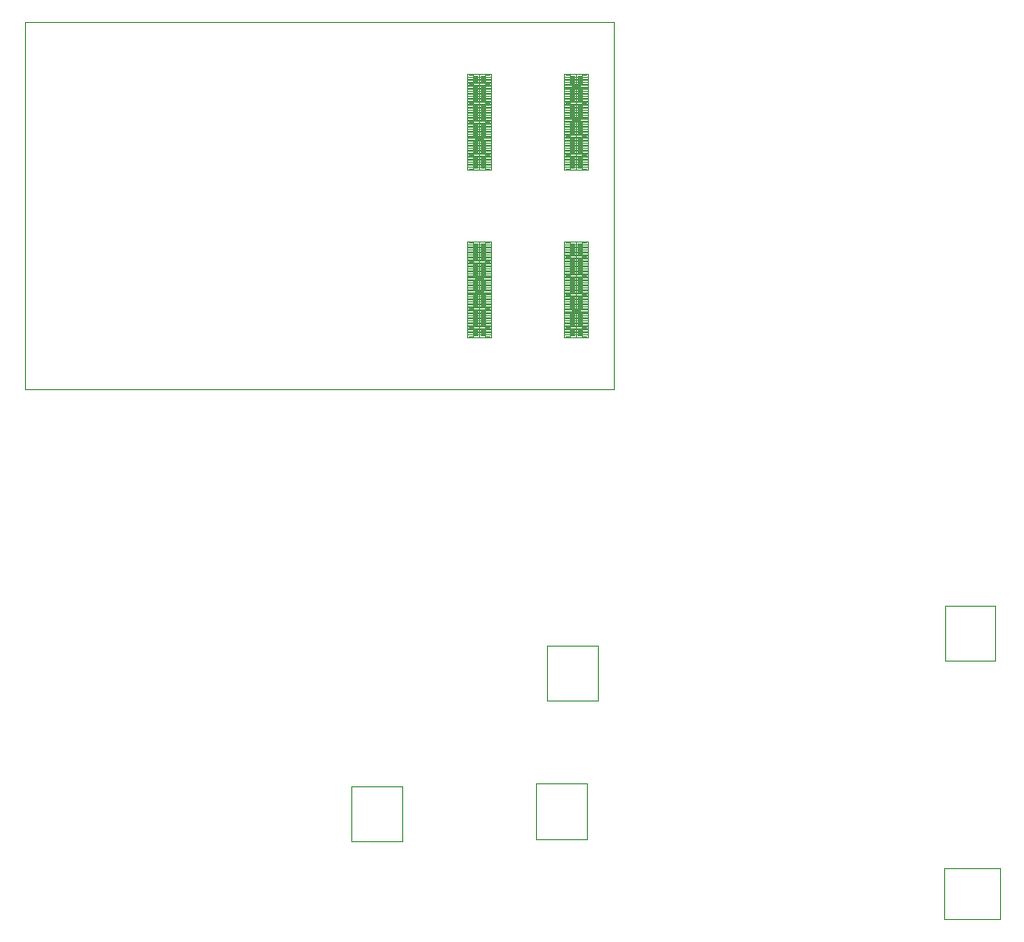
<source format=gbr>
%TF.GenerationSoftware,KiCad,Pcbnew,9.0.1*%
%TF.CreationDate,2025-05-15T18:24:47+02:00*%
%TF.ProjectId,Marble_Tiny,4d617262-6c65-45f5-9469-6e792e6b6963,rev?*%
%TF.SameCoordinates,Original*%
%TF.FileFunction,Other,ECO1*%
%FSLAX46Y46*%
G04 Gerber Fmt 4.6, Leading zero omitted, Abs format (unit mm)*
G04 Created by KiCad (PCBNEW 9.0.1) date 2025-05-15 18:24:47*
%MOMM*%
%LPD*%
G01*
G04 APERTURE LIST*
%ADD10C,0.050000*%
%ADD11C,0.010000*%
G04 APERTURE END LIST*
D10*
%TO.C,U11*%
X180750000Y-132450000D02*
X180750000Y-136750000D01*
X180750000Y-132450000D02*
X185450000Y-132450000D01*
X180750000Y-136750000D02*
X185450000Y-136750000D01*
X185450000Y-132450000D02*
X185450000Y-136750000D01*
%TO.C,U4*%
X180800000Y-110115000D02*
X185100000Y-110115000D01*
X180800000Y-114815000D02*
X180800000Y-110115000D01*
X180800000Y-114815000D02*
X185100000Y-114815000D01*
X185100000Y-114815000D02*
X185100000Y-110115000D01*
%TO.C,J8*%
X102750000Y-60650000D02*
X152750000Y-60650000D01*
X102750000Y-91750000D02*
X102750000Y-60650000D01*
D11*
X140300000Y-65430000D02*
X142300000Y-65430000D01*
X140300000Y-65680000D02*
X141300000Y-65680000D01*
X140300000Y-65930000D02*
X140300000Y-65430000D01*
X140300000Y-65930000D02*
X142300000Y-65430000D01*
X140300000Y-65930000D02*
X142300000Y-65930000D01*
X140300000Y-65930000D02*
X142300000Y-65930000D01*
X140300000Y-66230000D02*
X142300000Y-66230000D01*
X140300000Y-66480000D02*
X141300000Y-66480000D01*
X140300000Y-66730000D02*
X140300000Y-66230000D01*
X140300000Y-66730000D02*
X142300000Y-66230000D01*
X140300000Y-66730000D02*
X142300000Y-66730000D01*
X140300000Y-66730000D02*
X142300000Y-66730000D01*
X140300000Y-67030000D02*
X142300000Y-67030000D01*
X140300000Y-67530000D02*
X140300000Y-67030000D01*
X140300000Y-67530000D02*
X142300000Y-67030000D01*
X140300000Y-67530000D02*
X142300000Y-67530000D01*
X140300000Y-67530000D02*
X142300000Y-67530000D01*
X140300000Y-68080000D02*
X141300000Y-68080000D01*
X140300000Y-68330000D02*
X140300000Y-67830000D01*
X140300000Y-68330000D02*
X142300000Y-67830000D01*
X140300000Y-68330000D02*
X142300000Y-68330000D01*
X140300000Y-68330000D02*
X142300000Y-68330000D01*
X140300000Y-68630000D02*
X142300000Y-68630000D01*
X140300000Y-68880000D02*
X141300000Y-68880000D01*
X140300000Y-69130000D02*
X140300000Y-68630000D01*
X140300000Y-69130000D02*
X142300000Y-68630000D01*
X140300000Y-69130000D02*
X142300000Y-69130000D01*
X140300000Y-69130000D02*
X142300000Y-69130000D01*
X140300000Y-69430000D02*
X142300000Y-69430000D01*
X140300000Y-69680000D02*
X141300000Y-69680000D01*
X140300000Y-69930000D02*
X140300000Y-69430000D01*
X140300000Y-69930000D02*
X142300000Y-69430000D01*
X140300000Y-69930000D02*
X142300000Y-69930000D01*
X140300000Y-69930000D02*
X142300000Y-69930000D01*
X140300000Y-70480000D02*
X141300000Y-70480000D01*
X140300000Y-70730000D02*
X140300000Y-70230000D01*
X140300000Y-70730000D02*
X142300000Y-70230000D01*
X140300000Y-71030000D02*
X142300000Y-71030000D01*
X140300000Y-71280000D02*
X141300000Y-71280000D01*
X140300000Y-71530000D02*
X140300000Y-71030000D01*
X140300000Y-71530000D02*
X142300000Y-71030000D01*
X140300000Y-71530000D02*
X142300000Y-71530000D01*
X140300000Y-71530000D02*
X142300000Y-71530000D01*
X140300000Y-71830000D02*
X142300000Y-71830000D01*
X140300000Y-72080000D02*
X141300000Y-72080000D01*
X140300000Y-72330000D02*
X140300000Y-71830000D01*
X140300000Y-72330000D02*
X142300000Y-71830000D01*
X140300000Y-72330000D02*
X142300000Y-72330000D01*
X140300000Y-72330000D02*
X142300000Y-72330000D01*
X140300000Y-72630000D02*
X142300000Y-72630000D01*
X140300000Y-72880000D02*
X141300000Y-72880000D01*
X140300000Y-73130000D02*
X140300000Y-72630000D01*
X140300000Y-73130000D02*
X142300000Y-72630000D01*
X140300000Y-73130000D02*
X142300000Y-73130000D01*
X140300000Y-73130000D02*
X142300000Y-73130000D01*
X140300000Y-79680000D02*
X142300000Y-79680000D01*
X140300000Y-79930000D02*
X141300000Y-79930000D01*
X140300000Y-80180000D02*
X140300000Y-79680000D01*
X140300000Y-80180000D02*
X142300000Y-79680000D01*
X140300000Y-80180000D02*
X142300000Y-80180000D01*
X140300000Y-80180000D02*
X142300000Y-80180000D01*
X140300000Y-80480000D02*
X142300000Y-80480000D01*
X140300000Y-80730000D02*
X141300000Y-80730000D01*
X140300000Y-80980000D02*
X140300000Y-80480000D01*
X140300000Y-80980000D02*
X142300000Y-80480000D01*
X140300000Y-80980000D02*
X142300000Y-80980000D01*
X140300000Y-80980000D02*
X142300000Y-80980000D01*
X140300000Y-81280000D02*
X142300000Y-81280000D01*
X140300000Y-81530000D02*
X141300000Y-81530000D01*
X140300000Y-81780000D02*
X140300000Y-81280000D01*
X140300000Y-81780000D02*
X142300000Y-81280000D01*
X140300000Y-81780000D02*
X142300000Y-81780000D01*
X140300000Y-81780000D02*
X142300000Y-81780000D01*
X140300000Y-82080000D02*
X142300000Y-82080000D01*
X140300000Y-82580000D02*
X140300000Y-82080000D01*
X140300000Y-82580000D02*
X142300000Y-82080000D01*
X140300000Y-82580000D02*
X142300000Y-82580000D01*
X140300000Y-82580000D02*
X142300000Y-82580000D01*
X140300000Y-82880000D02*
X142300000Y-82880000D01*
X140300000Y-83130000D02*
X141300000Y-83130000D01*
X140300000Y-83380000D02*
X140300000Y-82880000D01*
X140300000Y-83380000D02*
X142300000Y-82880000D01*
X140300000Y-83380000D02*
X142300000Y-83380000D01*
X140300000Y-83380000D02*
X142300000Y-83380000D01*
X140300000Y-83680000D02*
X142300000Y-83680000D01*
X140300000Y-83930000D02*
X141300000Y-83930000D01*
X140300000Y-84180000D02*
X140300000Y-83680000D01*
X140300000Y-84180000D02*
X142300000Y-83680000D01*
X140300000Y-84180000D02*
X142300000Y-84180000D01*
X140300000Y-84180000D02*
X142300000Y-84180000D01*
X140300000Y-84480000D02*
X142300000Y-84480000D01*
X140300000Y-84730000D02*
X141300000Y-84730000D01*
X140300000Y-84980000D02*
X140300000Y-84480000D01*
X140300000Y-84980000D02*
X142300000Y-84480000D01*
X140300000Y-84980000D02*
X142300000Y-84980000D01*
X140300000Y-84980000D02*
X142300000Y-84980000D01*
X140300000Y-85530000D02*
X141300000Y-85530000D01*
X140300000Y-85780000D02*
X140300000Y-85280000D01*
X140300000Y-85780000D02*
X142300000Y-85280000D01*
X140300000Y-85780000D02*
X142300000Y-85780000D01*
X140300000Y-85780000D02*
X142300000Y-85780000D01*
X140300000Y-86080000D02*
X142300000Y-86080000D01*
X140300000Y-86330000D02*
X141300000Y-86330000D01*
X140300000Y-86580000D02*
X140300000Y-86080000D01*
X140300000Y-86580000D02*
X142300000Y-86080000D01*
X140300000Y-86880000D02*
X142300000Y-86880000D01*
X140300000Y-87130000D02*
X141300000Y-87130000D01*
X140300000Y-87380000D02*
X140300000Y-86880000D01*
X140300000Y-87380000D02*
X142300000Y-86880000D01*
X140300000Y-87380000D02*
X142300000Y-87380000D01*
X140300000Y-87380000D02*
X142300000Y-87380000D01*
X141300000Y-65680000D02*
X142300000Y-65680000D01*
X141300000Y-65930000D02*
X141300000Y-65430000D01*
X141300000Y-66480000D02*
X142300000Y-66480000D01*
X141300000Y-66730000D02*
X141300000Y-66230000D01*
X141300000Y-67280000D02*
X140300000Y-67280000D01*
X141300000Y-67280000D02*
X142300000Y-67280000D01*
X141300000Y-67530000D02*
X141300000Y-67030000D01*
X141300000Y-68330000D02*
X141300000Y-67830000D01*
X141300000Y-68880000D02*
X142300000Y-68880000D01*
X141300000Y-69130000D02*
X141300000Y-68630000D01*
X141300000Y-69680000D02*
X142300000Y-69680000D01*
X141300000Y-69930000D02*
X141300000Y-69430000D01*
X141300000Y-70730000D02*
X141300000Y-70230000D01*
X141300000Y-71280000D02*
X142300000Y-71280000D01*
X141300000Y-71530000D02*
X141300000Y-71030000D01*
X141300000Y-72080000D02*
X142300000Y-72080000D01*
X141300000Y-72330000D02*
X141300000Y-71830000D01*
X141300000Y-72880000D02*
X142300000Y-72880000D01*
X141300000Y-73130000D02*
X141300000Y-72630000D01*
X141300000Y-79930000D02*
X142300000Y-79930000D01*
X141300000Y-80180000D02*
X141300000Y-79680000D01*
X141300000Y-80730000D02*
X142300000Y-80730000D01*
X141300000Y-80980000D02*
X141300000Y-80480000D01*
X141300000Y-81530000D02*
X142300000Y-81530000D01*
X141300000Y-81780000D02*
X141300000Y-81280000D01*
X141300000Y-82330000D02*
X140300000Y-82330000D01*
X141300000Y-82330000D02*
X142300000Y-82330000D01*
X141300000Y-82580000D02*
X141300000Y-82080000D01*
X141300000Y-83130000D02*
X142300000Y-83130000D01*
X141300000Y-83380000D02*
X141300000Y-82880000D01*
X141300000Y-83930000D02*
X142300000Y-83930000D01*
X141300000Y-84180000D02*
X141300000Y-83680000D01*
X141300000Y-84730000D02*
X142300000Y-84730000D01*
X141300000Y-84980000D02*
X141300000Y-84480000D01*
X141300000Y-85780000D02*
X141300000Y-85280000D01*
X141300000Y-86330000D02*
X142300000Y-86330000D01*
X141300000Y-86580000D02*
X141300000Y-86080000D01*
X141300000Y-87130000D02*
X142300000Y-87130000D01*
X141300000Y-87380000D02*
X141300000Y-86880000D01*
X142300000Y-65930000D02*
X140300000Y-65430000D01*
X142300000Y-65930000D02*
X142300000Y-65430000D01*
X142300000Y-65930000D02*
X142300000Y-65430000D01*
X142300000Y-66730000D02*
X140300000Y-66230000D01*
X142300000Y-66730000D02*
X142300000Y-66230000D01*
X142300000Y-66730000D02*
X142300000Y-66230000D01*
X142300000Y-67530000D02*
X140300000Y-67030000D01*
X142300000Y-67530000D02*
X142300000Y-67030000D01*
X142300000Y-67530000D02*
X142300000Y-67030000D01*
X142300000Y-67830000D02*
X140300000Y-67830000D01*
X142300000Y-68080000D02*
X141300000Y-68080000D01*
X142300000Y-68330000D02*
X140300000Y-67830000D01*
X142300000Y-68330000D02*
X142300000Y-67830000D01*
X142300000Y-68330000D02*
X142300000Y-67830000D01*
X142300000Y-69130000D02*
X140300000Y-68630000D01*
X142300000Y-69130000D02*
X142300000Y-68630000D01*
X142300000Y-69130000D02*
X142300000Y-68630000D01*
X142300000Y-69930000D02*
X140300000Y-69430000D01*
X142300000Y-69930000D02*
X142300000Y-69430000D01*
X142300000Y-69930000D02*
X142300000Y-69430000D01*
X142300000Y-70230000D02*
X140300000Y-70230000D01*
X142300000Y-70480000D02*
X141300000Y-70480000D01*
X142300000Y-70730000D02*
X140300000Y-70230000D01*
X142300000Y-70730000D02*
X140300000Y-70730000D01*
X142300000Y-70730000D02*
X140300000Y-70730000D01*
X142300000Y-70730000D02*
X142300000Y-70230000D01*
X142300000Y-70730000D02*
X142300000Y-70230000D01*
X142300000Y-71530000D02*
X140300000Y-71030000D01*
X142300000Y-71530000D02*
X142300000Y-71030000D01*
X142300000Y-71530000D02*
X142300000Y-71030000D01*
X142300000Y-72330000D02*
X140300000Y-71830000D01*
X142300000Y-72330000D02*
X142300000Y-71830000D01*
X142300000Y-72330000D02*
X142300000Y-71830000D01*
X142300000Y-73130000D02*
X140300000Y-72630000D01*
X142300000Y-73130000D02*
X142300000Y-72630000D01*
X142300000Y-73130000D02*
X142300000Y-72630000D01*
X142300000Y-80180000D02*
X140300000Y-79680000D01*
X142300000Y-80180000D02*
X142300000Y-79680000D01*
X142300000Y-80180000D02*
X142300000Y-79680000D01*
X142300000Y-80980000D02*
X140300000Y-80480000D01*
X142300000Y-80980000D02*
X142300000Y-80480000D01*
X142300000Y-80980000D02*
X142300000Y-80480000D01*
X142300000Y-81780000D02*
X140300000Y-81280000D01*
X142300000Y-81780000D02*
X142300000Y-81280000D01*
X142300000Y-81780000D02*
X142300000Y-81280000D01*
X142300000Y-82580000D02*
X140300000Y-82080000D01*
X142300000Y-82580000D02*
X142300000Y-82080000D01*
X142300000Y-82580000D02*
X142300000Y-82080000D01*
X142300000Y-83380000D02*
X140300000Y-82880000D01*
X142300000Y-83380000D02*
X142300000Y-82880000D01*
X142300000Y-83380000D02*
X142300000Y-82880000D01*
X142300000Y-84180000D02*
X140300000Y-83680000D01*
X142300000Y-84180000D02*
X142300000Y-83680000D01*
X142300000Y-84180000D02*
X142300000Y-83680000D01*
X142300000Y-84980000D02*
X140300000Y-84480000D01*
X142300000Y-84980000D02*
X142300000Y-84480000D01*
X142300000Y-84980000D02*
X142300000Y-84480000D01*
X142300000Y-85280000D02*
X140300000Y-85280000D01*
X142300000Y-85530000D02*
X141300000Y-85530000D01*
X142300000Y-85780000D02*
X140300000Y-85280000D01*
X142300000Y-85780000D02*
X142300000Y-85280000D01*
X142300000Y-85780000D02*
X142300000Y-85280000D01*
X142300000Y-86580000D02*
X140300000Y-86080000D01*
X142300000Y-86580000D02*
X140300000Y-86580000D01*
X142300000Y-86580000D02*
X140300000Y-86580000D01*
X142300000Y-86580000D02*
X142300000Y-86080000D01*
X142300000Y-86580000D02*
X142300000Y-86080000D01*
X142300000Y-87380000D02*
X140300000Y-86880000D01*
X142300000Y-87380000D02*
X142300000Y-86880000D01*
X142300000Y-87380000D02*
X142300000Y-86880000D01*
X148500000Y-65030000D02*
X150500000Y-65030000D01*
X148500000Y-65280000D02*
X149500000Y-65280000D01*
X148500000Y-65530000D02*
X148500000Y-65030000D01*
X148500000Y-65530000D02*
X150500000Y-65030000D01*
X148500000Y-65530000D02*
X150500000Y-65530000D01*
X148500000Y-65530000D02*
X150500000Y-65530000D01*
X148500000Y-65830000D02*
X150500000Y-65830000D01*
X148500000Y-66080000D02*
X149500000Y-66080000D01*
X148500000Y-66330000D02*
X148500000Y-65830000D01*
X148500000Y-66330000D02*
X150500000Y-65830000D01*
X148500000Y-66330000D02*
X150500000Y-66330000D01*
X148500000Y-66330000D02*
X150500000Y-66330000D01*
X148500000Y-66630000D02*
X150500000Y-66630000D01*
X148500000Y-66880000D02*
X149500000Y-66880000D01*
X148500000Y-67130000D02*
X148500000Y-66630000D01*
X148500000Y-67130000D02*
X150500000Y-66630000D01*
X148500000Y-67130000D02*
X150500000Y-67130000D01*
X148500000Y-67130000D02*
X150500000Y-67130000D01*
X148500000Y-67430000D02*
X150500000Y-67430000D01*
X148500000Y-67680000D02*
X149500000Y-67680000D01*
X148500000Y-67930000D02*
X148500000Y-67430000D01*
X148500000Y-67930000D02*
X150500000Y-67430000D01*
X148500000Y-67930000D02*
X150500000Y-67930000D01*
X148500000Y-67930000D02*
X150500000Y-67930000D01*
X148500000Y-68230000D02*
X150500000Y-68230000D01*
X148500000Y-68480000D02*
X149500000Y-68480000D01*
X148500000Y-68730000D02*
X148500000Y-68230000D01*
X148500000Y-68730000D02*
X150500000Y-68230000D01*
X148500000Y-68730000D02*
X150500000Y-68730000D01*
X148500000Y-68730000D02*
X150500000Y-68730000D01*
X148500000Y-69030000D02*
X150500000Y-69030000D01*
X148500000Y-69280000D02*
X149500000Y-69280000D01*
X148500000Y-69530000D02*
X148500000Y-69030000D01*
X148500000Y-69530000D02*
X150500000Y-69030000D01*
X148500000Y-69530000D02*
X150500000Y-69530000D01*
X148500000Y-69530000D02*
X150500000Y-69530000D01*
X148500000Y-69830000D02*
X150500000Y-69830000D01*
X148500000Y-70330000D02*
X148500000Y-69830000D01*
X148500000Y-70330000D02*
X150500000Y-69830000D01*
X148500000Y-70630000D02*
X150500000Y-70630000D01*
X148500000Y-70880000D02*
X149500000Y-70880000D01*
X148500000Y-71130000D02*
X148500000Y-70630000D01*
X148500000Y-71130000D02*
X150500000Y-70630000D01*
X148500000Y-71130000D02*
X150500000Y-71130000D01*
X148500000Y-71130000D02*
X150500000Y-71130000D01*
X148500000Y-71430000D02*
X150500000Y-71430000D01*
X148500000Y-71680000D02*
X149500000Y-71680000D01*
X148500000Y-71930000D02*
X148500000Y-71430000D01*
X148500000Y-71930000D02*
X150500000Y-71430000D01*
X148500000Y-71930000D02*
X150500000Y-71930000D01*
X148500000Y-71930000D02*
X150500000Y-71930000D01*
X148500000Y-72230000D02*
X150500000Y-72230000D01*
X148500000Y-72480000D02*
X149500000Y-72480000D01*
X148500000Y-72730000D02*
X148500000Y-72230000D01*
X148500000Y-72730000D02*
X150500000Y-72230000D01*
X148500000Y-72730000D02*
X150500000Y-72730000D01*
X148500000Y-72730000D02*
X150500000Y-72730000D01*
X148500000Y-79280000D02*
X150500000Y-79280000D01*
X148500000Y-79780000D02*
X148500000Y-79280000D01*
X148500000Y-79780000D02*
X150500000Y-79280000D01*
X148500000Y-79780000D02*
X150500000Y-79780000D01*
X148500000Y-79780000D02*
X150500000Y-79780000D01*
X148500000Y-80080000D02*
X150500000Y-80080000D01*
X148500000Y-80330000D02*
X149500000Y-80330000D01*
X148500000Y-80580000D02*
X148500000Y-80080000D01*
X148500000Y-80580000D02*
X150500000Y-80080000D01*
X148500000Y-80580000D02*
X150500000Y-80580000D01*
X148500000Y-80580000D02*
X150500000Y-80580000D01*
X148500000Y-80880000D02*
X150500000Y-80880000D01*
X148500000Y-81130000D02*
X149500000Y-81130000D01*
X148500000Y-81380000D02*
X148500000Y-80880000D01*
X148500000Y-81380000D02*
X150500000Y-80880000D01*
X148500000Y-81380000D02*
X150500000Y-81380000D01*
X148500000Y-81380000D02*
X150500000Y-81380000D01*
X148500000Y-81680000D02*
X150500000Y-81680000D01*
X148500000Y-81930000D02*
X149500000Y-81930000D01*
X148500000Y-82180000D02*
X148500000Y-81680000D01*
X148500000Y-82180000D02*
X150500000Y-81680000D01*
X148500000Y-82180000D02*
X150500000Y-82180000D01*
X148500000Y-82180000D02*
X150500000Y-82180000D01*
X148500000Y-82480000D02*
X150500000Y-82480000D01*
X148500000Y-82730000D02*
X149500000Y-82730000D01*
X148500000Y-82980000D02*
X148500000Y-82480000D01*
X148500000Y-82980000D02*
X150500000Y-82480000D01*
X148500000Y-82980000D02*
X150500000Y-82980000D01*
X148500000Y-82980000D02*
X150500000Y-82980000D01*
X148500000Y-83280000D02*
X150500000Y-83280000D01*
X148500000Y-83530000D02*
X149500000Y-83530000D01*
X148500000Y-83780000D02*
X148500000Y-83280000D01*
X148500000Y-83780000D02*
X150500000Y-83280000D01*
X148500000Y-83780000D02*
X150500000Y-83780000D01*
X148500000Y-83780000D02*
X150500000Y-83780000D01*
X148500000Y-84580000D02*
X148500000Y-84080000D01*
X148500000Y-84580000D02*
X150500000Y-84080000D01*
X148500000Y-84580000D02*
X150500000Y-84580000D01*
X148500000Y-84580000D02*
X150500000Y-84580000D01*
X148500000Y-85380000D02*
X148500000Y-84880000D01*
X148500000Y-85380000D02*
X150500000Y-84880000D01*
X148500000Y-85680000D02*
X150500000Y-85680000D01*
X148500000Y-85930000D02*
X149500000Y-85930000D01*
X148500000Y-86180000D02*
X148500000Y-85680000D01*
X148500000Y-86180000D02*
X150500000Y-85680000D01*
X148500000Y-86180000D02*
X150500000Y-86180000D01*
X148500000Y-86180000D02*
X150500000Y-86180000D01*
X148500000Y-86480000D02*
X150500000Y-86480000D01*
X148500000Y-86730000D02*
X149500000Y-86730000D01*
X148500000Y-86980000D02*
X148500000Y-86480000D01*
X148500000Y-86980000D02*
X150500000Y-86480000D01*
X148500000Y-86980000D02*
X150500000Y-86980000D01*
X148500000Y-86980000D02*
X150500000Y-86980000D01*
X149500000Y-65280000D02*
X150500000Y-65280000D01*
X149500000Y-65530000D02*
X149500000Y-65030000D01*
X149500000Y-66080000D02*
X150500000Y-66080000D01*
X149500000Y-66330000D02*
X149500000Y-65830000D01*
X149500000Y-66880000D02*
X150500000Y-66880000D01*
X149500000Y-67130000D02*
X149500000Y-66630000D01*
X149500000Y-67680000D02*
X150500000Y-67680000D01*
X149500000Y-67930000D02*
X149500000Y-67430000D01*
X149500000Y-68480000D02*
X150500000Y-68480000D01*
X149500000Y-68730000D02*
X149500000Y-68230000D01*
X149500000Y-69280000D02*
X150500000Y-69280000D01*
X149500000Y-69530000D02*
X149500000Y-69030000D01*
X149500000Y-70080000D02*
X148500000Y-70080000D01*
X149500000Y-70080000D02*
X150500000Y-70080000D01*
X149500000Y-70330000D02*
X149500000Y-69830000D01*
X149500000Y-70880000D02*
X150500000Y-70880000D01*
X149500000Y-71130000D02*
X149500000Y-70630000D01*
X149500000Y-71680000D02*
X150500000Y-71680000D01*
X149500000Y-71930000D02*
X149500000Y-71430000D01*
X149500000Y-72480000D02*
X150500000Y-72480000D01*
X149500000Y-72730000D02*
X149500000Y-72230000D01*
X149500000Y-79530000D02*
X148500000Y-79530000D01*
X149500000Y-79530000D02*
X150500000Y-79530000D01*
X149500000Y-79780000D02*
X149500000Y-79280000D01*
X149500000Y-80330000D02*
X150500000Y-80330000D01*
X149500000Y-80580000D02*
X149500000Y-80080000D01*
X149500000Y-81130000D02*
X150500000Y-81130000D01*
X149500000Y-81380000D02*
X149500000Y-80880000D01*
X149500000Y-81930000D02*
X150500000Y-81930000D01*
X149500000Y-82180000D02*
X149500000Y-81680000D01*
X149500000Y-82730000D02*
X150500000Y-82730000D01*
X149500000Y-82980000D02*
X149500000Y-82480000D01*
X149500000Y-83530000D02*
X150500000Y-83530000D01*
X149500000Y-83780000D02*
X149500000Y-83280000D01*
X149500000Y-84330000D02*
X148500000Y-84330000D01*
X149500000Y-84330000D02*
X150500000Y-84330000D01*
X149500000Y-84580000D02*
X149500000Y-84080000D01*
X149500000Y-85130000D02*
X148500000Y-85130000D01*
X149500000Y-85130000D02*
X150500000Y-85130000D01*
X149500000Y-85380000D02*
X149500000Y-84880000D01*
X149500000Y-85930000D02*
X150500000Y-85930000D01*
X149500000Y-86180000D02*
X149500000Y-85680000D01*
X149500000Y-86730000D02*
X150500000Y-86730000D01*
X149500000Y-86980000D02*
X149500000Y-86480000D01*
X150500000Y-65530000D02*
X148500000Y-65030000D01*
X150500000Y-65530000D02*
X150500000Y-65030000D01*
X150500000Y-65530000D02*
X150500000Y-65030000D01*
X150500000Y-66330000D02*
X148500000Y-65830000D01*
X150500000Y-66330000D02*
X150500000Y-65830000D01*
X150500000Y-66330000D02*
X150500000Y-65830000D01*
X150500000Y-67130000D02*
X148500000Y-66630000D01*
X150500000Y-67130000D02*
X150500000Y-66630000D01*
X150500000Y-67130000D02*
X150500000Y-66630000D01*
X150500000Y-67930000D02*
X148500000Y-67430000D01*
X150500000Y-67930000D02*
X150500000Y-67430000D01*
X150500000Y-67930000D02*
X150500000Y-67430000D01*
X150500000Y-68730000D02*
X148500000Y-68230000D01*
X150500000Y-68730000D02*
X150500000Y-68230000D01*
X150500000Y-68730000D02*
X150500000Y-68230000D01*
X150500000Y-69530000D02*
X148500000Y-69030000D01*
X150500000Y-69530000D02*
X150500000Y-69030000D01*
X150500000Y-69530000D02*
X150500000Y-69030000D01*
X150500000Y-70330000D02*
X148500000Y-69830000D01*
X150500000Y-70330000D02*
X148500000Y-70330000D01*
X150500000Y-70330000D02*
X148500000Y-70330000D01*
X150500000Y-70330000D02*
X150500000Y-69830000D01*
X150500000Y-70330000D02*
X150500000Y-69830000D01*
X150500000Y-71130000D02*
X148500000Y-70630000D01*
X150500000Y-71130000D02*
X150500000Y-70630000D01*
X150500000Y-71130000D02*
X150500000Y-70630000D01*
X150500000Y-71930000D02*
X148500000Y-71430000D01*
X150500000Y-71930000D02*
X150500000Y-71430000D01*
X150500000Y-71930000D02*
X150500000Y-71430000D01*
X150500000Y-72730000D02*
X148500000Y-72230000D01*
X150500000Y-72730000D02*
X150500000Y-72230000D01*
X150500000Y-72730000D02*
X150500000Y-72230000D01*
X150500000Y-79780000D02*
X148500000Y-79280000D01*
X150500000Y-79780000D02*
X150500000Y-79280000D01*
X150500000Y-79780000D02*
X150500000Y-79280000D01*
X150500000Y-80580000D02*
X148500000Y-80080000D01*
X150500000Y-80580000D02*
X150500000Y-80080000D01*
X150500000Y-80580000D02*
X150500000Y-80080000D01*
X150500000Y-81380000D02*
X148500000Y-80880000D01*
X150500000Y-81380000D02*
X150500000Y-80880000D01*
X150500000Y-81380000D02*
X150500000Y-80880000D01*
X150500000Y-82180000D02*
X148500000Y-81680000D01*
X150500000Y-82180000D02*
X150500000Y-81680000D01*
X150500000Y-82180000D02*
X150500000Y-81680000D01*
X150500000Y-82980000D02*
X148500000Y-82480000D01*
X150500000Y-82980000D02*
X150500000Y-82480000D01*
X150500000Y-82980000D02*
X150500000Y-82480000D01*
X150500000Y-83780000D02*
X148500000Y-83280000D01*
X150500000Y-83780000D02*
X150500000Y-83280000D01*
X150500000Y-83780000D02*
X150500000Y-83280000D01*
X150500000Y-84080000D02*
X148500000Y-84080000D01*
X150500000Y-84580000D02*
X148500000Y-84080000D01*
X150500000Y-84580000D02*
X150500000Y-84080000D01*
X150500000Y-84580000D02*
X150500000Y-84080000D01*
X150500000Y-84880000D02*
X148500000Y-84880000D01*
X150500000Y-85380000D02*
X148500000Y-84880000D01*
X150500000Y-85380000D02*
X148500000Y-85380000D01*
X150500000Y-85380000D02*
X148500000Y-85380000D01*
X150500000Y-85380000D02*
X150500000Y-84880000D01*
X150500000Y-85380000D02*
X150500000Y-84880000D01*
X150500000Y-86180000D02*
X148500000Y-85680000D01*
X150500000Y-86180000D02*
X150500000Y-85680000D01*
X150500000Y-86180000D02*
X150500000Y-85680000D01*
X150500000Y-86980000D02*
X148500000Y-86480000D01*
X150500000Y-86980000D02*
X150500000Y-86480000D01*
X150500000Y-86980000D02*
X150500000Y-86480000D01*
D10*
X152750000Y-91750000D02*
X102750000Y-91750000D01*
X152750000Y-91750000D02*
X152750000Y-60650000D01*
%TO.C,U10*%
X146150000Y-125250000D02*
X150450000Y-125250000D01*
X146150000Y-129950000D02*
X146150000Y-125250000D01*
X146150000Y-129950000D02*
X150450000Y-129950000D01*
X150450000Y-129950000D02*
X150450000Y-125250000D01*
%TO.C,U5*%
X147050000Y-113512500D02*
X151350000Y-113512500D01*
X147050000Y-118212500D02*
X147050000Y-113512500D01*
X147050000Y-118212500D02*
X151350000Y-118212500D01*
X151350000Y-118212500D02*
X151350000Y-113512500D01*
%TO.C,U6*%
X130450000Y-125450000D02*
X134750000Y-125450000D01*
X130450000Y-130150000D02*
X130450000Y-125450000D01*
X130450000Y-130150000D02*
X134750000Y-130150000D01*
X134750000Y-130150000D02*
X134750000Y-125450000D01*
%TO.C,J9*%
X102750000Y-60650000D02*
X102750000Y-91750000D01*
X102750000Y-91750000D02*
X152750000Y-91750000D01*
D11*
X140300000Y-65020000D02*
X140300000Y-65520000D01*
X140300000Y-65020000D02*
X142300000Y-65020000D01*
X140300000Y-65020000D02*
X142300000Y-65020000D01*
X140300000Y-65020000D02*
X142300000Y-65520000D01*
X140300000Y-65270000D02*
X141300000Y-65270000D01*
X140300000Y-65520000D02*
X142300000Y-65520000D01*
X140300000Y-65820000D02*
X140300000Y-66320000D01*
X140300000Y-65820000D02*
X142300000Y-66320000D01*
X140300000Y-66070000D02*
X141300000Y-66070000D01*
X140300000Y-66320000D02*
X142300000Y-66320000D01*
X140300000Y-66620000D02*
X140300000Y-67120000D01*
X140300000Y-66620000D02*
X142300000Y-66620000D01*
X140300000Y-66620000D02*
X142300000Y-66620000D01*
X140300000Y-66620000D02*
X142300000Y-67120000D01*
X140300000Y-66870000D02*
X141300000Y-66870000D01*
X140300000Y-67420000D02*
X140300000Y-67920000D01*
X140300000Y-67420000D02*
X142300000Y-67420000D01*
X140300000Y-67420000D02*
X142300000Y-67420000D01*
X140300000Y-67420000D02*
X142300000Y-67920000D01*
X140300000Y-67670000D02*
X141300000Y-67670000D01*
X140300000Y-67920000D02*
X142300000Y-67920000D01*
X140300000Y-68220000D02*
X140300000Y-68720000D01*
X140300000Y-68220000D02*
X142300000Y-68220000D01*
X140300000Y-68220000D02*
X142300000Y-68220000D01*
X140300000Y-68220000D02*
X142300000Y-68720000D01*
X140300000Y-68470000D02*
X141300000Y-68470000D01*
X140300000Y-68720000D02*
X142300000Y-68720000D01*
X140300000Y-69020000D02*
X140300000Y-69520000D01*
X140300000Y-69020000D02*
X142300000Y-69020000D01*
X140300000Y-69020000D02*
X142300000Y-69020000D01*
X140300000Y-69020000D02*
X142300000Y-69520000D01*
X140300000Y-69270000D02*
X141300000Y-69270000D01*
X140300000Y-69520000D02*
X142300000Y-69520000D01*
X140300000Y-69820000D02*
X140300000Y-70320000D01*
X140300000Y-69820000D02*
X142300000Y-69820000D01*
X140300000Y-69820000D02*
X142300000Y-69820000D01*
X140300000Y-69820000D02*
X142300000Y-70320000D01*
X140300000Y-70320000D02*
X142300000Y-70320000D01*
X140300000Y-70620000D02*
X140300000Y-71120000D01*
X140300000Y-70620000D02*
X142300000Y-70620000D01*
X140300000Y-70620000D02*
X142300000Y-70620000D01*
X140300000Y-70620000D02*
X142300000Y-71120000D01*
X140300000Y-70870000D02*
X141300000Y-70870000D01*
X140300000Y-71120000D02*
X142300000Y-71120000D01*
X140300000Y-71420000D02*
X140300000Y-71920000D01*
X140300000Y-71420000D02*
X142300000Y-71420000D01*
X140300000Y-71420000D02*
X142300000Y-71420000D01*
X140300000Y-71420000D02*
X142300000Y-71920000D01*
X140300000Y-71670000D02*
X141300000Y-71670000D01*
X140300000Y-71920000D02*
X142300000Y-71920000D01*
X140300000Y-72220000D02*
X140300000Y-72720000D01*
X140300000Y-72220000D02*
X142300000Y-72220000D01*
X140300000Y-72220000D02*
X142300000Y-72220000D01*
X140300000Y-72220000D02*
X142300000Y-72720000D01*
X140300000Y-72470000D02*
X141300000Y-72470000D01*
X140300000Y-72720000D02*
X142300000Y-72720000D01*
X140300000Y-79270000D02*
X140300000Y-79770000D01*
X140300000Y-79270000D02*
X142300000Y-79270000D01*
X140300000Y-79270000D02*
X142300000Y-79270000D01*
X140300000Y-79270000D02*
X142300000Y-79770000D01*
X140300000Y-79520000D02*
X141300000Y-79520000D01*
X140300000Y-79770000D02*
X142300000Y-79770000D01*
X140300000Y-80070000D02*
X140300000Y-80570000D01*
X140300000Y-80070000D02*
X142300000Y-80070000D01*
X140300000Y-80070000D02*
X142300000Y-80070000D01*
X140300000Y-80070000D02*
X142300000Y-80570000D01*
X140300000Y-80320000D02*
X141300000Y-80320000D01*
X140300000Y-80570000D02*
X142300000Y-80570000D01*
X140300000Y-80870000D02*
X140300000Y-81370000D01*
X140300000Y-80870000D02*
X142300000Y-80870000D01*
X140300000Y-80870000D02*
X142300000Y-80870000D01*
X140300000Y-80870000D02*
X142300000Y-81370000D01*
X140300000Y-81120000D02*
X141300000Y-81120000D01*
X140300000Y-81370000D02*
X142300000Y-81370000D01*
X140300000Y-81670000D02*
X140300000Y-82170000D01*
X140300000Y-81670000D02*
X142300000Y-82170000D01*
X140300000Y-81920000D02*
X141300000Y-81920000D01*
X140300000Y-82470000D02*
X140300000Y-82970000D01*
X140300000Y-82470000D02*
X142300000Y-82470000D01*
X140300000Y-82470000D02*
X142300000Y-82470000D01*
X140300000Y-82470000D02*
X142300000Y-82970000D01*
X140300000Y-82720000D02*
X141300000Y-82720000D01*
X140300000Y-82970000D02*
X142300000Y-82970000D01*
X140300000Y-83270000D02*
X140300000Y-83770000D01*
X140300000Y-83270000D02*
X142300000Y-83270000D01*
X140300000Y-83270000D02*
X142300000Y-83270000D01*
X140300000Y-83270000D02*
X142300000Y-83770000D01*
X140300000Y-83520000D02*
X141300000Y-83520000D01*
X140300000Y-83770000D02*
X142300000Y-83770000D01*
X140300000Y-84070000D02*
X140300000Y-84570000D01*
X140300000Y-84070000D02*
X142300000Y-84070000D01*
X140300000Y-84070000D02*
X142300000Y-84070000D01*
X140300000Y-84070000D02*
X142300000Y-84570000D01*
X140300000Y-84320000D02*
X141300000Y-84320000D01*
X140300000Y-84870000D02*
X140300000Y-85370000D01*
X140300000Y-84870000D02*
X142300000Y-84870000D01*
X140300000Y-84870000D02*
X142300000Y-84870000D01*
X140300000Y-84870000D02*
X142300000Y-85370000D01*
X140300000Y-85370000D02*
X142300000Y-85370000D01*
X140300000Y-85670000D02*
X140300000Y-86170000D01*
X140300000Y-85670000D02*
X142300000Y-85670000D01*
X140300000Y-85670000D02*
X142300000Y-85670000D01*
X140300000Y-85670000D02*
X142300000Y-86170000D01*
X140300000Y-85920000D02*
X141300000Y-85920000D01*
X140300000Y-86170000D02*
X142300000Y-86170000D01*
X140300000Y-86470000D02*
X140300000Y-86970000D01*
X140300000Y-86470000D02*
X142300000Y-86470000D01*
X140300000Y-86470000D02*
X142300000Y-86470000D01*
X140300000Y-86470000D02*
X142300000Y-86970000D01*
X140300000Y-86720000D02*
X141300000Y-86720000D01*
X140300000Y-86970000D02*
X142300000Y-86970000D01*
X141300000Y-65020000D02*
X141300000Y-65520000D01*
X141300000Y-65270000D02*
X142300000Y-65270000D01*
X141300000Y-65820000D02*
X141300000Y-66320000D01*
X141300000Y-66070000D02*
X142300000Y-66070000D01*
X141300000Y-66620000D02*
X141300000Y-67120000D01*
X141300000Y-67420000D02*
X141300000Y-67920000D01*
X141300000Y-67670000D02*
X142300000Y-67670000D01*
X141300000Y-68220000D02*
X141300000Y-68720000D01*
X141300000Y-68470000D02*
X142300000Y-68470000D01*
X141300000Y-69020000D02*
X141300000Y-69520000D01*
X141300000Y-69270000D02*
X142300000Y-69270000D01*
X141300000Y-69820000D02*
X141300000Y-70320000D01*
X141300000Y-70070000D02*
X140300000Y-70070000D01*
X141300000Y-70070000D02*
X142300000Y-70070000D01*
X141300000Y-70620000D02*
X141300000Y-71120000D01*
X141300000Y-70870000D02*
X142300000Y-70870000D01*
X141300000Y-71420000D02*
X141300000Y-71920000D01*
X141300000Y-71670000D02*
X142300000Y-71670000D01*
X141300000Y-72220000D02*
X141300000Y-72720000D01*
X141300000Y-72470000D02*
X142300000Y-72470000D01*
X141300000Y-79270000D02*
X141300000Y-79770000D01*
X141300000Y-79520000D02*
X142300000Y-79520000D01*
X141300000Y-80070000D02*
X141300000Y-80570000D01*
X141300000Y-80320000D02*
X142300000Y-80320000D01*
X141300000Y-80870000D02*
X141300000Y-81370000D01*
X141300000Y-81120000D02*
X142300000Y-81120000D01*
X141300000Y-81670000D02*
X141300000Y-82170000D01*
X141300000Y-82470000D02*
X141300000Y-82970000D01*
X141300000Y-82720000D02*
X142300000Y-82720000D01*
X141300000Y-83270000D02*
X141300000Y-83770000D01*
X141300000Y-83520000D02*
X142300000Y-83520000D01*
X141300000Y-84070000D02*
X141300000Y-84570000D01*
X141300000Y-84870000D02*
X141300000Y-85370000D01*
X141300000Y-85120000D02*
X140300000Y-85120000D01*
X141300000Y-85120000D02*
X142300000Y-85120000D01*
X141300000Y-85670000D02*
X141300000Y-86170000D01*
X141300000Y-85920000D02*
X142300000Y-85920000D01*
X141300000Y-86470000D02*
X141300000Y-86970000D01*
X141300000Y-86720000D02*
X142300000Y-86720000D01*
X142300000Y-65020000D02*
X140300000Y-65520000D01*
X142300000Y-65020000D02*
X142300000Y-65520000D01*
X142300000Y-65020000D02*
X142300000Y-65520000D01*
X142300000Y-65820000D02*
X140300000Y-65820000D01*
X142300000Y-65820000D02*
X140300000Y-65820000D01*
X142300000Y-65820000D02*
X140300000Y-66320000D01*
X142300000Y-65820000D02*
X142300000Y-66320000D01*
X142300000Y-65820000D02*
X142300000Y-66320000D01*
X142300000Y-66620000D02*
X140300000Y-67120000D01*
X142300000Y-66620000D02*
X142300000Y-67120000D01*
X142300000Y-66620000D02*
X142300000Y-67120000D01*
X142300000Y-66870000D02*
X141300000Y-66870000D01*
X142300000Y-67120000D02*
X140300000Y-67120000D01*
X142300000Y-67420000D02*
X140300000Y-67920000D01*
X142300000Y-67420000D02*
X142300000Y-67920000D01*
X142300000Y-67420000D02*
X142300000Y-67920000D01*
X142300000Y-68220000D02*
X140300000Y-68720000D01*
X142300000Y-68220000D02*
X142300000Y-68720000D01*
X142300000Y-68220000D02*
X142300000Y-68720000D01*
X142300000Y-69020000D02*
X140300000Y-69520000D01*
X142300000Y-69020000D02*
X142300000Y-69520000D01*
X142300000Y-69020000D02*
X142300000Y-69520000D01*
X142300000Y-69820000D02*
X140300000Y-70320000D01*
X142300000Y-69820000D02*
X142300000Y-70320000D01*
X142300000Y-69820000D02*
X142300000Y-70320000D01*
X142300000Y-70620000D02*
X140300000Y-71120000D01*
X142300000Y-70620000D02*
X142300000Y-71120000D01*
X142300000Y-70620000D02*
X142300000Y-71120000D01*
X142300000Y-71420000D02*
X140300000Y-71920000D01*
X142300000Y-71420000D02*
X142300000Y-71920000D01*
X142300000Y-71420000D02*
X142300000Y-71920000D01*
X142300000Y-72220000D02*
X140300000Y-72720000D01*
X142300000Y-72220000D02*
X142300000Y-72720000D01*
X142300000Y-72220000D02*
X142300000Y-72720000D01*
X142300000Y-79270000D02*
X140300000Y-79770000D01*
X142300000Y-79270000D02*
X142300000Y-79770000D01*
X142300000Y-79270000D02*
X142300000Y-79770000D01*
X142300000Y-80070000D02*
X140300000Y-80570000D01*
X142300000Y-80070000D02*
X142300000Y-80570000D01*
X142300000Y-80070000D02*
X142300000Y-80570000D01*
X142300000Y-80870000D02*
X140300000Y-81370000D01*
X142300000Y-80870000D02*
X142300000Y-81370000D01*
X142300000Y-80870000D02*
X142300000Y-81370000D01*
X142300000Y-81670000D02*
X140300000Y-81670000D01*
X142300000Y-81670000D02*
X140300000Y-81670000D01*
X142300000Y-81670000D02*
X140300000Y-82170000D01*
X142300000Y-81670000D02*
X142300000Y-82170000D01*
X142300000Y-81670000D02*
X142300000Y-82170000D01*
X142300000Y-81920000D02*
X141300000Y-81920000D01*
X142300000Y-82170000D02*
X140300000Y-82170000D01*
X142300000Y-82470000D02*
X140300000Y-82970000D01*
X142300000Y-82470000D02*
X142300000Y-82970000D01*
X142300000Y-82470000D02*
X142300000Y-82970000D01*
X142300000Y-83270000D02*
X140300000Y-83770000D01*
X142300000Y-83270000D02*
X142300000Y-83770000D01*
X142300000Y-83270000D02*
X142300000Y-83770000D01*
X142300000Y-84070000D02*
X140300000Y-84570000D01*
X142300000Y-84070000D02*
X142300000Y-84570000D01*
X142300000Y-84070000D02*
X142300000Y-84570000D01*
X142300000Y-84320000D02*
X141300000Y-84320000D01*
X142300000Y-84570000D02*
X140300000Y-84570000D01*
X142300000Y-84870000D02*
X140300000Y-85370000D01*
X142300000Y-84870000D02*
X142300000Y-85370000D01*
X142300000Y-84870000D02*
X142300000Y-85370000D01*
X142300000Y-85670000D02*
X140300000Y-86170000D01*
X142300000Y-85670000D02*
X142300000Y-86170000D01*
X142300000Y-85670000D02*
X142300000Y-86170000D01*
X142300000Y-86470000D02*
X140300000Y-86970000D01*
X142300000Y-86470000D02*
X142300000Y-86970000D01*
X142300000Y-86470000D02*
X142300000Y-86970000D01*
X148500000Y-65420000D02*
X148500000Y-65920000D01*
X148500000Y-65420000D02*
X150500000Y-65420000D01*
X148500000Y-65420000D02*
X150500000Y-65420000D01*
X148500000Y-65420000D02*
X150500000Y-65920000D01*
X148500000Y-65670000D02*
X149500000Y-65670000D01*
X148500000Y-65920000D02*
X150500000Y-65920000D01*
X148500000Y-66220000D02*
X148500000Y-66720000D01*
X148500000Y-66220000D02*
X150500000Y-66220000D01*
X148500000Y-66220000D02*
X150500000Y-66220000D01*
X148500000Y-66220000D02*
X150500000Y-66720000D01*
X148500000Y-66470000D02*
X149500000Y-66470000D01*
X148500000Y-66720000D02*
X150500000Y-66720000D01*
X148500000Y-67020000D02*
X148500000Y-67520000D01*
X148500000Y-67020000D02*
X150500000Y-67520000D01*
X148500000Y-67820000D02*
X148500000Y-68320000D01*
X148500000Y-67820000D02*
X150500000Y-67820000D01*
X148500000Y-67820000D02*
X150500000Y-67820000D01*
X148500000Y-67820000D02*
X150500000Y-68320000D01*
X148500000Y-68620000D02*
X148500000Y-69120000D01*
X148500000Y-68620000D02*
X150500000Y-68620000D01*
X148500000Y-68620000D02*
X150500000Y-68620000D01*
X148500000Y-68620000D02*
X150500000Y-69120000D01*
X148500000Y-68870000D02*
X149500000Y-68870000D01*
X148500000Y-69120000D02*
X150500000Y-69120000D01*
X148500000Y-69420000D02*
X148500000Y-69920000D01*
X148500000Y-69420000D02*
X150500000Y-69420000D01*
X148500000Y-69420000D02*
X150500000Y-69420000D01*
X148500000Y-69420000D02*
X150500000Y-69920000D01*
X148500000Y-69670000D02*
X149500000Y-69670000D01*
X148500000Y-69920000D02*
X150500000Y-69920000D01*
X148500000Y-70220000D02*
X148500000Y-70720000D01*
X148500000Y-70220000D02*
X150500000Y-70220000D01*
X148500000Y-70220000D02*
X150500000Y-70220000D01*
X148500000Y-70220000D02*
X150500000Y-70720000D01*
X148500000Y-70470000D02*
X149500000Y-70470000D01*
X148500000Y-70720000D02*
X150500000Y-70720000D01*
X148500000Y-71020000D02*
X148500000Y-71520000D01*
X148500000Y-71020000D02*
X150500000Y-71020000D01*
X148500000Y-71020000D02*
X150500000Y-71020000D01*
X148500000Y-71020000D02*
X150500000Y-71520000D01*
X148500000Y-71270000D02*
X149500000Y-71270000D01*
X148500000Y-71520000D02*
X150500000Y-71520000D01*
X148500000Y-71820000D02*
X148500000Y-72320000D01*
X148500000Y-71820000D02*
X150500000Y-71820000D01*
X148500000Y-71820000D02*
X150500000Y-71820000D01*
X148500000Y-71820000D02*
X150500000Y-72320000D01*
X148500000Y-72070000D02*
X149500000Y-72070000D01*
X148500000Y-72320000D02*
X150500000Y-72320000D01*
X148500000Y-72620000D02*
X148500000Y-73120000D01*
X148500000Y-72620000D02*
X150500000Y-72620000D01*
X148500000Y-72620000D02*
X150500000Y-72620000D01*
X148500000Y-72620000D02*
X150500000Y-73120000D01*
X148500000Y-73120000D02*
X150500000Y-73120000D01*
X148500000Y-79670000D02*
X148500000Y-80170000D01*
X148500000Y-79670000D02*
X150500000Y-79670000D01*
X148500000Y-79670000D02*
X150500000Y-79670000D01*
X148500000Y-79670000D02*
X150500000Y-80170000D01*
X148500000Y-79920000D02*
X149500000Y-79920000D01*
X148500000Y-80170000D02*
X150500000Y-80170000D01*
X148500000Y-80470000D02*
X148500000Y-80970000D01*
X148500000Y-80470000D02*
X150500000Y-80470000D01*
X148500000Y-80470000D02*
X150500000Y-80470000D01*
X148500000Y-80470000D02*
X150500000Y-80970000D01*
X148500000Y-80720000D02*
X149500000Y-80720000D01*
X148500000Y-80970000D02*
X150500000Y-80970000D01*
X148500000Y-81270000D02*
X148500000Y-81770000D01*
X148500000Y-81270000D02*
X150500000Y-81270000D01*
X148500000Y-81270000D02*
X150500000Y-81270000D01*
X148500000Y-81270000D02*
X150500000Y-81770000D01*
X148500000Y-81520000D02*
X149500000Y-81520000D01*
X148500000Y-81770000D02*
X150500000Y-81770000D01*
X148500000Y-82070000D02*
X148500000Y-82570000D01*
X148500000Y-82070000D02*
X150500000Y-82570000D01*
X148500000Y-82570000D02*
X150500000Y-82570000D01*
X148500000Y-82870000D02*
X148500000Y-83370000D01*
X148500000Y-82870000D02*
X150500000Y-82870000D01*
X148500000Y-82870000D02*
X150500000Y-82870000D01*
X148500000Y-82870000D02*
X150500000Y-83370000D01*
X148500000Y-83120000D02*
X149500000Y-83120000D01*
X148500000Y-83370000D02*
X150500000Y-83370000D01*
X148500000Y-83670000D02*
X148500000Y-84170000D01*
X148500000Y-83670000D02*
X150500000Y-83670000D01*
X148500000Y-83670000D02*
X150500000Y-83670000D01*
X148500000Y-83670000D02*
X150500000Y-84170000D01*
X148500000Y-83920000D02*
X149500000Y-83920000D01*
X148500000Y-84170000D02*
X150500000Y-84170000D01*
X148500000Y-84470000D02*
X148500000Y-84970000D01*
X148500000Y-84470000D02*
X150500000Y-84470000D01*
X148500000Y-84470000D02*
X150500000Y-84470000D01*
X148500000Y-84470000D02*
X150500000Y-84970000D01*
X148500000Y-84720000D02*
X149500000Y-84720000D01*
X148500000Y-84970000D02*
X150500000Y-84970000D01*
X148500000Y-85270000D02*
X148500000Y-85770000D01*
X148500000Y-85270000D02*
X150500000Y-85270000D01*
X148500000Y-85270000D02*
X150500000Y-85270000D01*
X148500000Y-85270000D02*
X150500000Y-85770000D01*
X148500000Y-85520000D02*
X149500000Y-85520000D01*
X148500000Y-85770000D02*
X150500000Y-85770000D01*
X148500000Y-86070000D02*
X148500000Y-86570000D01*
X148500000Y-86070000D02*
X150500000Y-86070000D01*
X148500000Y-86070000D02*
X150500000Y-86070000D01*
X148500000Y-86070000D02*
X150500000Y-86570000D01*
X148500000Y-86320000D02*
X149500000Y-86320000D01*
X148500000Y-86570000D02*
X150500000Y-86570000D01*
X148500000Y-86870000D02*
X148500000Y-87370000D01*
X148500000Y-86870000D02*
X150500000Y-86870000D01*
X148500000Y-86870000D02*
X150500000Y-86870000D01*
X148500000Y-86870000D02*
X150500000Y-87370000D01*
X148500000Y-87120000D02*
X149500000Y-87120000D01*
X148500000Y-87370000D02*
X150500000Y-87370000D01*
X149500000Y-65420000D02*
X149500000Y-65920000D01*
X149500000Y-65670000D02*
X150500000Y-65670000D01*
X149500000Y-66220000D02*
X149500000Y-66720000D01*
X149500000Y-66470000D02*
X150500000Y-66470000D01*
X149500000Y-67020000D02*
X149500000Y-67520000D01*
X149500000Y-67270000D02*
X148500000Y-67270000D01*
X149500000Y-67270000D02*
X150500000Y-67270000D01*
X149500000Y-67820000D02*
X149500000Y-68320000D01*
X149500000Y-68070000D02*
X148500000Y-68070000D01*
X149500000Y-68070000D02*
X150500000Y-68070000D01*
X149500000Y-68620000D02*
X149500000Y-69120000D01*
X149500000Y-68870000D02*
X150500000Y-68870000D01*
X149500000Y-69420000D02*
X149500000Y-69920000D01*
X149500000Y-69670000D02*
X150500000Y-69670000D01*
X149500000Y-70220000D02*
X149500000Y-70720000D01*
X149500000Y-70470000D02*
X150500000Y-70470000D01*
X149500000Y-71020000D02*
X149500000Y-71520000D01*
X149500000Y-71270000D02*
X150500000Y-71270000D01*
X149500000Y-71820000D02*
X149500000Y-72320000D01*
X149500000Y-72070000D02*
X150500000Y-72070000D01*
X149500000Y-72620000D02*
X149500000Y-73120000D01*
X149500000Y-72870000D02*
X148500000Y-72870000D01*
X149500000Y-72870000D02*
X150500000Y-72870000D01*
X149500000Y-79670000D02*
X149500000Y-80170000D01*
X149500000Y-79920000D02*
X150500000Y-79920000D01*
X149500000Y-80470000D02*
X149500000Y-80970000D01*
X149500000Y-80720000D02*
X150500000Y-80720000D01*
X149500000Y-81270000D02*
X149500000Y-81770000D01*
X149500000Y-81520000D02*
X150500000Y-81520000D01*
X149500000Y-82070000D02*
X149500000Y-82570000D01*
X149500000Y-82320000D02*
X148500000Y-82320000D01*
X149500000Y-82320000D02*
X150500000Y-82320000D01*
X149500000Y-82870000D02*
X149500000Y-83370000D01*
X149500000Y-83120000D02*
X150500000Y-83120000D01*
X149500000Y-83670000D02*
X149500000Y-84170000D01*
X149500000Y-83920000D02*
X150500000Y-83920000D01*
X149500000Y-84470000D02*
X149500000Y-84970000D01*
X149500000Y-84720000D02*
X150500000Y-84720000D01*
X149500000Y-85270000D02*
X149500000Y-85770000D01*
X149500000Y-85520000D02*
X150500000Y-85520000D01*
X149500000Y-86070000D02*
X149500000Y-86570000D01*
X149500000Y-86320000D02*
X150500000Y-86320000D01*
X149500000Y-86870000D02*
X149500000Y-87370000D01*
X149500000Y-87120000D02*
X150500000Y-87120000D01*
X150500000Y-65420000D02*
X148500000Y-65920000D01*
X150500000Y-65420000D02*
X150500000Y-65920000D01*
X150500000Y-65420000D02*
X150500000Y-65920000D01*
X150500000Y-66220000D02*
X148500000Y-66720000D01*
X150500000Y-66220000D02*
X150500000Y-66720000D01*
X150500000Y-66220000D02*
X150500000Y-66720000D01*
X150500000Y-67020000D02*
X148500000Y-67020000D01*
X150500000Y-67020000D02*
X148500000Y-67020000D01*
X150500000Y-67020000D02*
X148500000Y-67520000D01*
X150500000Y-67020000D02*
X150500000Y-67520000D01*
X150500000Y-67020000D02*
X150500000Y-67520000D01*
X150500000Y-67520000D02*
X148500000Y-67520000D01*
X150500000Y-67820000D02*
X148500000Y-68320000D01*
X150500000Y-67820000D02*
X150500000Y-68320000D01*
X150500000Y-67820000D02*
X150500000Y-68320000D01*
X150500000Y-68320000D02*
X148500000Y-68320000D01*
X150500000Y-68620000D02*
X148500000Y-69120000D01*
X150500000Y-68620000D02*
X150500000Y-69120000D01*
X150500000Y-68620000D02*
X150500000Y-69120000D01*
X150500000Y-69420000D02*
X148500000Y-69920000D01*
X150500000Y-69420000D02*
X150500000Y-69920000D01*
X150500000Y-69420000D02*
X150500000Y-69920000D01*
X150500000Y-70220000D02*
X148500000Y-70720000D01*
X150500000Y-70220000D02*
X150500000Y-70720000D01*
X150500000Y-70220000D02*
X150500000Y-70720000D01*
X150500000Y-71020000D02*
X148500000Y-71520000D01*
X150500000Y-71020000D02*
X150500000Y-71520000D01*
X150500000Y-71020000D02*
X150500000Y-71520000D01*
X150500000Y-71820000D02*
X148500000Y-72320000D01*
X150500000Y-71820000D02*
X150500000Y-72320000D01*
X150500000Y-71820000D02*
X150500000Y-72320000D01*
X150500000Y-72620000D02*
X148500000Y-73120000D01*
X150500000Y-72620000D02*
X150500000Y-73120000D01*
X150500000Y-72620000D02*
X150500000Y-73120000D01*
X150500000Y-79670000D02*
X148500000Y-80170000D01*
X150500000Y-79670000D02*
X150500000Y-80170000D01*
X150500000Y-79670000D02*
X150500000Y-80170000D01*
X150500000Y-80470000D02*
X148500000Y-80970000D01*
X150500000Y-80470000D02*
X150500000Y-80970000D01*
X150500000Y-80470000D02*
X150500000Y-80970000D01*
X150500000Y-81270000D02*
X148500000Y-81770000D01*
X150500000Y-81270000D02*
X150500000Y-81770000D01*
X150500000Y-81270000D02*
X150500000Y-81770000D01*
X150500000Y-82070000D02*
X148500000Y-82070000D01*
X150500000Y-82070000D02*
X148500000Y-82070000D01*
X150500000Y-82070000D02*
X148500000Y-82570000D01*
X150500000Y-82070000D02*
X150500000Y-82570000D01*
X150500000Y-82070000D02*
X150500000Y-82570000D01*
X150500000Y-82870000D02*
X148500000Y-83370000D01*
X150500000Y-82870000D02*
X150500000Y-83370000D01*
X150500000Y-82870000D02*
X150500000Y-83370000D01*
X150500000Y-83670000D02*
X148500000Y-84170000D01*
X150500000Y-83670000D02*
X150500000Y-84170000D01*
X150500000Y-83670000D02*
X150500000Y-84170000D01*
X150500000Y-84470000D02*
X148500000Y-84970000D01*
X150500000Y-84470000D02*
X150500000Y-84970000D01*
X150500000Y-84470000D02*
X150500000Y-84970000D01*
X150500000Y-85270000D02*
X148500000Y-85770000D01*
X150500000Y-85270000D02*
X150500000Y-85770000D01*
X150500000Y-85270000D02*
X150500000Y-85770000D01*
X150500000Y-86070000D02*
X148500000Y-86570000D01*
X150500000Y-86070000D02*
X150500000Y-86570000D01*
X150500000Y-86070000D02*
X150500000Y-86570000D01*
X150500000Y-86870000D02*
X148500000Y-87370000D01*
X150500000Y-86870000D02*
X150500000Y-87370000D01*
X150500000Y-86870000D02*
X150500000Y-87370000D01*
D10*
X152750000Y-60650000D02*
X102750000Y-60650000D01*
X152750000Y-60650000D02*
X152750000Y-91750000D01*
%TD*%
M02*

</source>
